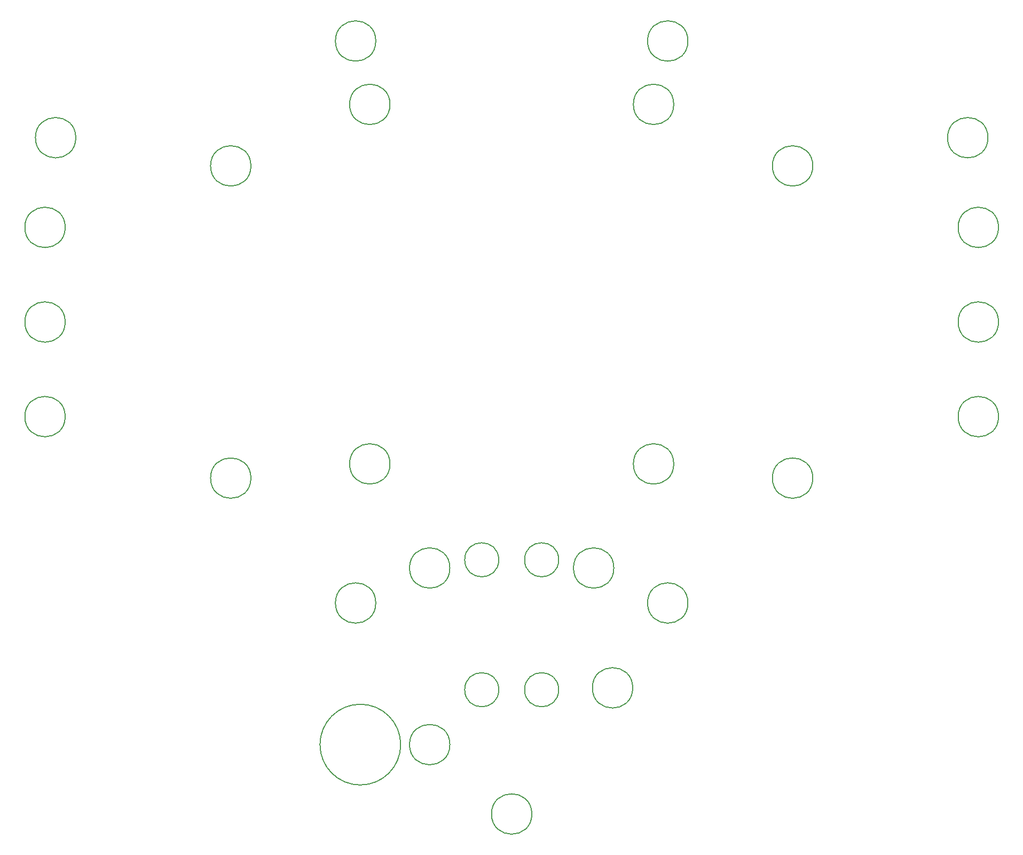
<source format=gbr>
%TF.GenerationSoftware,KiCad,Pcbnew,8.0.3*%
%TF.CreationDate,2024-06-18T02:00:58+08:00*%
%TF.ProjectId,top-rounded,746f702d-726f-4756-9e64-65642e6b6963,1.0.0*%
%TF.SameCoordinates,Original*%
%TF.FileFunction,Other,Comment*%
%FSLAX46Y46*%
G04 Gerber Fmt 4.6, Leading zero omitted, Abs format (unit mm)*
G04 Created by KiCad (PCBNEW 8.0.3) date 2024-06-18 02:00:58*
%MOMM*%
%LPD*%
G01*
G04 APERTURE LIST*
%ADD10C,0.150000*%
G04 APERTURE END LIST*
D10*
%TO.C,H13*%
X29200000Y-115000000D02*
G75*
G02*
X22800000Y-115000000I-3200000J0D01*
G01*
X22800000Y-115000000D02*
G75*
G02*
X29200000Y-115000000I3200000J0D01*
G01*
%TO.C,H28*%
X97950000Y-158300000D02*
G75*
G02*
X92550000Y-158300000I-2700000J0D01*
G01*
X92550000Y-158300000D02*
G75*
G02*
X97950000Y-158300000I2700000J0D01*
G01*
%TO.C,H1*%
X29200000Y-85000000D02*
G75*
G02*
X22800000Y-85000000I-3200000J0D01*
G01*
X22800000Y-85000000D02*
G75*
G02*
X29200000Y-85000000I3200000J0D01*
G01*
%TO.C,H22*%
X147747727Y-75251263D02*
G75*
G02*
X141347727Y-75251263I-3200000J0D01*
G01*
X141347727Y-75251263D02*
G75*
G02*
X147747727Y-75251263I3200000J0D01*
G01*
%TO.C,H4*%
X58652273Y-75251263D02*
G75*
G02*
X52252273Y-75251263I-3200000J0D01*
G01*
X52252273Y-75251263D02*
G75*
G02*
X58652273Y-75251263I3200000J0D01*
G01*
%TO.C,H12*%
X119200000Y-158000000D02*
G75*
G02*
X112800000Y-158000000I-3200000J0D01*
G01*
X112800000Y-158000000D02*
G75*
G02*
X119200000Y-158000000I3200000J0D01*
G01*
%TO.C,H29*%
X107450000Y-137700000D02*
G75*
G02*
X102050000Y-137700000I-2700000J0D01*
G01*
X102050000Y-137700000D02*
G75*
G02*
X107450000Y-137700000I2700000J0D01*
G01*
%TO.C,H15*%
X125700000Y-65500000D02*
G75*
G02*
X119300000Y-65500000I-3200000J0D01*
G01*
X119300000Y-65500000D02*
G75*
G02*
X125700000Y-65500000I3200000J0D01*
G01*
%TO.C,H23*%
X127948737Y-144547727D02*
G75*
G02*
X121548737Y-144547727I-3200000J0D01*
G01*
X121548737Y-144547727D02*
G75*
G02*
X127948737Y-144547727I3200000J0D01*
G01*
%TO.C,H10*%
X58652273Y-124748737D02*
G75*
G02*
X52252273Y-124748737I-3200000J0D01*
G01*
X52252273Y-124748737D02*
G75*
G02*
X58652273Y-124748737I3200000J0D01*
G01*
%TO.C,H27*%
X97950000Y-137700000D02*
G75*
G02*
X92550000Y-137700000I-2700000J0D01*
G01*
X92550000Y-137700000D02*
G75*
G02*
X97950000Y-137700000I2700000J0D01*
G01*
%TO.C,H9*%
X78451263Y-55452273D02*
G75*
G02*
X72051263Y-55452273I-3200000J0D01*
G01*
X72051263Y-55452273D02*
G75*
G02*
X78451263Y-55452273I3200000J0D01*
G01*
%TO.C,H6*%
X90200000Y-167000000D02*
G75*
G02*
X83800000Y-167000000I-3200000J0D01*
G01*
X83800000Y-167000000D02*
G75*
G02*
X90200000Y-167000000I3200000J0D01*
G01*
%TO.C,H21*%
X80700000Y-65500000D02*
G75*
G02*
X74300000Y-65500000I-3200000J0D01*
G01*
X74300000Y-65500000D02*
G75*
G02*
X80700000Y-65500000I3200000J0D01*
G01*
%TO.C,H7*%
X29200000Y-100000000D02*
G75*
G02*
X22800000Y-100000000I-3200000J0D01*
G01*
X22800000Y-100000000D02*
G75*
G02*
X29200000Y-100000000I3200000J0D01*
G01*
%TO.C,H14*%
X177200000Y-100000000D02*
G75*
G02*
X170800000Y-100000000I-3200000J0D01*
G01*
X170800000Y-100000000D02*
G75*
G02*
X177200000Y-100000000I3200000J0D01*
G01*
%TO.C,H16*%
X147747727Y-124748737D02*
G75*
G02*
X141347727Y-124748737I-3200000J0D01*
G01*
X141347727Y-124748737D02*
G75*
G02*
X147747727Y-124748737I3200000J0D01*
G01*
%TO.C,H8*%
X177200000Y-85000000D02*
G75*
G02*
X170800000Y-85000000I-3200000J0D01*
G01*
X170800000Y-85000000D02*
G75*
G02*
X177200000Y-85000000I3200000J0D01*
G01*
%TO.C,H5*%
X80700000Y-122500000D02*
G75*
G02*
X74300000Y-122500000I-3200000J0D01*
G01*
X74300000Y-122500000D02*
G75*
G02*
X80700000Y-122500000I3200000J0D01*
G01*
%TO.C,H2*%
X175520341Y-70780686D02*
G75*
G02*
X169120341Y-70780686I-3200000J0D01*
G01*
X169120341Y-70780686D02*
G75*
G02*
X175520341Y-70780686I3200000J0D01*
G01*
%TO.C,H25*%
X90200000Y-139000000D02*
G75*
G02*
X83800000Y-139000000I-3200000J0D01*
G01*
X83800000Y-139000000D02*
G75*
G02*
X90200000Y-139000000I3200000J0D01*
G01*
%TO.C,H11*%
X125700000Y-122500000D02*
G75*
G02*
X119300000Y-122500000I-3200000J0D01*
G01*
X119300000Y-122500000D02*
G75*
G02*
X125700000Y-122500000I3200000J0D01*
G01*
%TO.C,H26*%
X116200000Y-139000000D02*
G75*
G02*
X109800000Y-139000000I-3200000J0D01*
G01*
X109800000Y-139000000D02*
G75*
G02*
X116200000Y-139000000I3200000J0D01*
G01*
%TO.C,H3*%
X127948737Y-55452273D02*
G75*
G02*
X121548737Y-55452273I-3200000J0D01*
G01*
X121548737Y-55452273D02*
G75*
G02*
X127948737Y-55452273I3200000J0D01*
G01*
%TO.C,H30*%
X107450000Y-158300000D02*
G75*
G02*
X102050000Y-158300000I-2700000J0D01*
G01*
X102050000Y-158300000D02*
G75*
G02*
X107450000Y-158300000I2700000J0D01*
G01*
%TO.C,H24*%
X82400000Y-167000000D02*
G75*
G02*
X69600000Y-167000000I-6400000J0D01*
G01*
X69600000Y-167000000D02*
G75*
G02*
X82400000Y-167000000I6400000J0D01*
G01*
%TO.C,H18*%
X103200000Y-178000000D02*
G75*
G02*
X96800000Y-178000000I-3200000J0D01*
G01*
X96800000Y-178000000D02*
G75*
G02*
X103200000Y-178000000I3200000J0D01*
G01*
%TO.C,H20*%
X177200000Y-115000000D02*
G75*
G02*
X170800000Y-115000000I-3200000J0D01*
G01*
X170800000Y-115000000D02*
G75*
G02*
X177200000Y-115000000I3200000J0D01*
G01*
%TO.C,H19*%
X30879659Y-70780686D02*
G75*
G02*
X24479659Y-70780686I-3200000J0D01*
G01*
X24479659Y-70780686D02*
G75*
G02*
X30879659Y-70780686I3200000J0D01*
G01*
%TO.C,H17*%
X78451263Y-144547727D02*
G75*
G02*
X72051263Y-144547727I-3200000J0D01*
G01*
X72051263Y-144547727D02*
G75*
G02*
X78451263Y-144547727I3200000J0D01*
G01*
%TD*%
M02*

</source>
